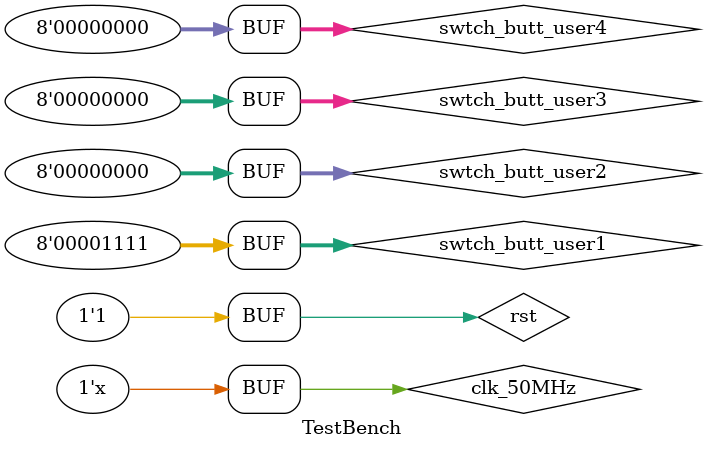
<source format=v>
`timescale 1ns / 1ps


module TestBench;

	// Inputs
	reg clk_50MHz;
	reg rst;
	reg [7:0] swtch_butt_user1;
	reg [7:0] swtch_butt_user2;
	reg [7:0] swtch_butt_user3;
	reg [7:0] swtch_butt_user4;
	
	// Outputs
	wire [3:0] ds1;
	wire [3:0] ds2;
	wire [7:0] seg1;
	wire [7:0] seg2;

	// Instantiate the Unit Under Test (UUT)
	testMips uut (
		.clk_50MHz(clk_50MHz), 
		.rst(rst), 
		.swtch_butt_user1(swtch_butt_user1), 
		.swtch_butt_user2(swtch_butt_user2), 
		.swtch_butt_user3(swtch_butt_user3), 
		.swtch_butt_user4(swtch_butt_user4), 
		.ds1(ds1), 
		.ds2(ds2), 
		.seg1(seg1), 
		.seg2(seg2)
	);

	initial begin
		// Initialize Inputs
		clk_50MHz = 0;
		rst = 1;
		swtch_butt_user1=0; 
		swtch_butt_user2=0; 
		swtch_butt_user3=0; 
		swtch_butt_user4=0; 
		// Wait 100 ns for global reset to finish
		#10000000;
        rst=1'b0;
		#100000000;
        rst=1'b1;
		  
		#5000000;
		swtch_butt_user1=8'b0000_1111; 
		swtch_butt_user2=0; 
		swtch_butt_user3=0; 
		swtch_butt_user4=0; 
		// Add stimulus here
	end
	always #100 clk_50MHz=~clk_50MHz;
      
endmodule


</source>
